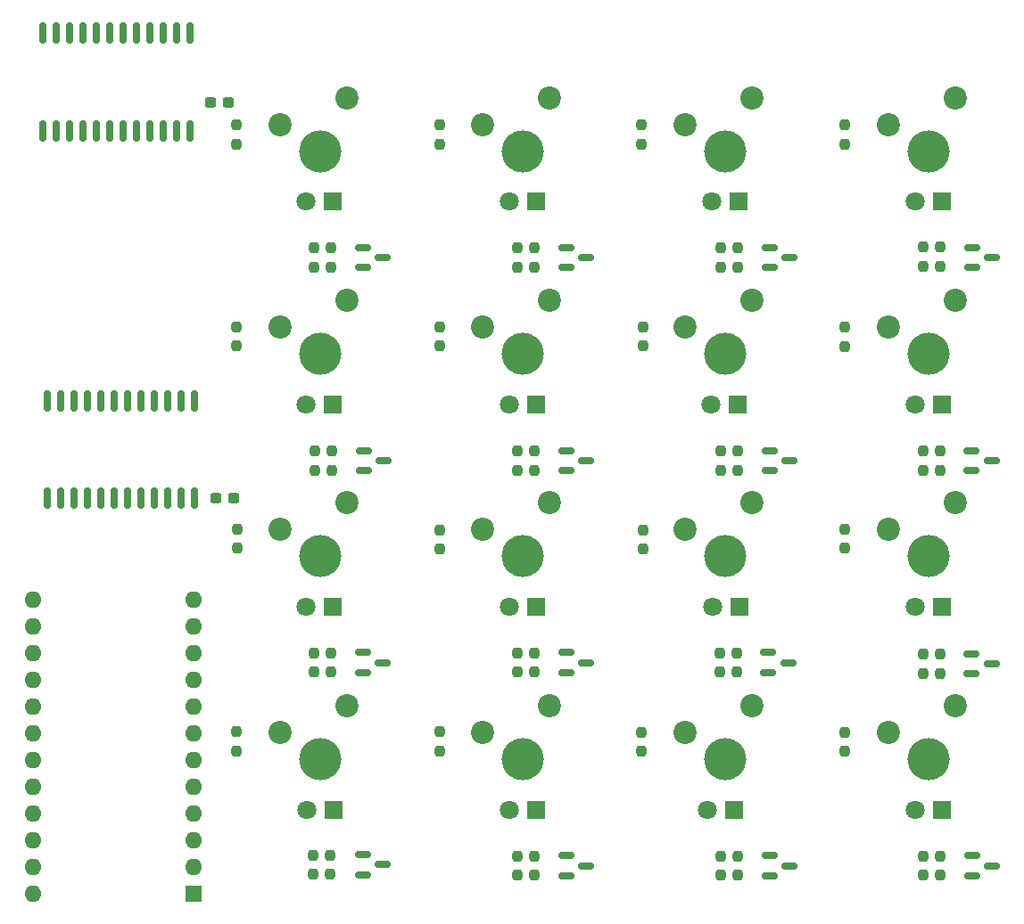
<source format=gts>
G04 #@! TF.GenerationSoftware,KiCad,Pcbnew,9.0.0*
G04 #@! TF.CreationDate,2025-03-25T02:12:26-05:00*
G04 #@! TF.ProjectId,freeMacro_rev_1,66726565-4d61-4637-926f-5f7265765f31,rev?*
G04 #@! TF.SameCoordinates,Original*
G04 #@! TF.FileFunction,Soldermask,Top*
G04 #@! TF.FilePolarity,Negative*
%FSLAX46Y46*%
G04 Gerber Fmt 4.6, Leading zero omitted, Abs format (unit mm)*
G04 Created by KiCad (PCBNEW 9.0.0) date 2025-03-25 02:12:26*
%MOMM*%
%LPD*%
G01*
G04 APERTURE LIST*
G04 Aperture macros list*
%AMRoundRect*
0 Rectangle with rounded corners*
0 $1 Rounding radius*
0 $2 $3 $4 $5 $6 $7 $8 $9 X,Y pos of 4 corners*
0 Add a 4 corners polygon primitive as box body*
4,1,4,$2,$3,$4,$5,$6,$7,$8,$9,$2,$3,0*
0 Add four circle primitives for the rounded corners*
1,1,$1+$1,$2,$3*
1,1,$1+$1,$4,$5*
1,1,$1+$1,$6,$7*
1,1,$1+$1,$8,$9*
0 Add four rect primitives between the rounded corners*
20,1,$1+$1,$2,$3,$4,$5,0*
20,1,$1+$1,$4,$5,$6,$7,0*
20,1,$1+$1,$6,$7,$8,$9,0*
20,1,$1+$1,$8,$9,$2,$3,0*%
G04 Aperture macros list end*
%ADD10RoundRect,0.237500X-0.237500X0.250000X-0.237500X-0.250000X0.237500X-0.250000X0.237500X0.250000X0*%
%ADD11C,4.000000*%
%ADD12C,2.200000*%
%ADD13RoundRect,0.237500X0.237500X-0.250000X0.237500X0.250000X-0.237500X0.250000X-0.237500X-0.250000X0*%
%ADD14R,1.800000X1.800000*%
%ADD15C,1.800000*%
%ADD16RoundRect,0.150000X-0.587500X-0.150000X0.587500X-0.150000X0.587500X0.150000X-0.587500X0.150000X0*%
%ADD17R,1.600000X1.600000*%
%ADD18O,1.600000X1.600000*%
%ADD19RoundRect,0.150000X-0.150000X0.875000X-0.150000X-0.875000X0.150000X-0.875000X0.150000X0.875000X0*%
%ADD20RoundRect,0.237500X-0.300000X-0.237500X0.300000X-0.237500X0.300000X0.237500X-0.300000X0.237500X0*%
G04 APERTURE END LIST*
D10*
X157100000Y-136987500D03*
X157100000Y-138812500D03*
D11*
X98250000Y-70000000D03*
D12*
X100790000Y-64920000D03*
X94440000Y-67460000D03*
D13*
X155500000Y-100312500D03*
X155500000Y-98487500D03*
D11*
X136750000Y-70000000D03*
D12*
X139290000Y-64920000D03*
X132940000Y-67460000D03*
D14*
X157300000Y-74800000D03*
D15*
X154760000Y-74800000D03*
D11*
X156000000Y-70000000D03*
D12*
X158540000Y-64920000D03*
X152190000Y-67460000D03*
D14*
X138000000Y-74800000D03*
D15*
X135460000Y-74800000D03*
D11*
X136750000Y-89250000D03*
D12*
X139290000Y-84170000D03*
X132940000Y-86710000D03*
D16*
X160125000Y-117750000D03*
X160125000Y-119650000D03*
X162000000Y-118700000D03*
D11*
X98260000Y-127730000D03*
D12*
X100800000Y-122650000D03*
X94450000Y-125190000D03*
D17*
X86240000Y-140540000D03*
D18*
X86240000Y-138000000D03*
X86240000Y-135460000D03*
X86240000Y-132920000D03*
X86240000Y-130380000D03*
X86240000Y-127840000D03*
X86240000Y-125300000D03*
X86240000Y-122760000D03*
X86240000Y-120220000D03*
X86240000Y-117680000D03*
X86240000Y-115140000D03*
X86240000Y-112600000D03*
X71000000Y-112600000D03*
X71000000Y-115140000D03*
X71000000Y-117680000D03*
X71000000Y-120220000D03*
X71000000Y-122760000D03*
X71000000Y-125300000D03*
X71000000Y-127840000D03*
X71000000Y-130380000D03*
X71000000Y-132920000D03*
X71000000Y-135460000D03*
X71000000Y-138000000D03*
X71000000Y-140540000D03*
D14*
X99500000Y-113300000D03*
D15*
X96960000Y-113300000D03*
D14*
X157300000Y-132600000D03*
D15*
X154760000Y-132600000D03*
D10*
X137900000Y-136987500D03*
X137900000Y-138812500D03*
D16*
X121625000Y-117650000D03*
X121625000Y-119550000D03*
X123500000Y-118600000D03*
D10*
X99200000Y-136887500D03*
X99200000Y-138712500D03*
D13*
X155500000Y-119612500D03*
X155500000Y-117787500D03*
X90300000Y-127000000D03*
X90300000Y-125175000D03*
D16*
X102425000Y-98450000D03*
X102425000Y-100350000D03*
X104300000Y-99400000D03*
D13*
X148100000Y-69325000D03*
X148100000Y-67500000D03*
D11*
X98250000Y-108500000D03*
D12*
X100790000Y-103420000D03*
X94440000Y-105960000D03*
D16*
X140962500Y-98450000D03*
X140962500Y-100350000D03*
X142837500Y-99400000D03*
X121662500Y-136950000D03*
X121662500Y-138850000D03*
X123537500Y-137900000D03*
D19*
X86350000Y-93700000D03*
X85080000Y-93700000D03*
X83810000Y-93700000D03*
X82540000Y-93700000D03*
X81270000Y-93700000D03*
X80000000Y-93700000D03*
X78730000Y-93700000D03*
X77460000Y-93700000D03*
X76190000Y-93700000D03*
X74920000Y-93700000D03*
X73650000Y-93700000D03*
X72380000Y-93700000D03*
X72380000Y-103000000D03*
X73650000Y-103000000D03*
X74920000Y-103000000D03*
X76190000Y-103000000D03*
X77460000Y-103000000D03*
X78730000Y-103000000D03*
X80000000Y-103000000D03*
X81270000Y-103000000D03*
X82540000Y-103000000D03*
X83810000Y-103000000D03*
X85080000Y-103000000D03*
X86350000Y-103000000D03*
D20*
X87837500Y-65400000D03*
X89562500Y-65400000D03*
D14*
X157300000Y-94100000D03*
D15*
X154760000Y-94100000D03*
D11*
X98250000Y-89250000D03*
D12*
X100790000Y-84170000D03*
X94440000Y-86710000D03*
D13*
X128900000Y-88512500D03*
X128900000Y-86687500D03*
D10*
X137900000Y-98487500D03*
X137900000Y-100312500D03*
X118600000Y-117687500D03*
X118600000Y-119512500D03*
D11*
X117500000Y-70000000D03*
D12*
X120040000Y-64920000D03*
X113690000Y-67460000D03*
D11*
X156000000Y-89250000D03*
D12*
X158540000Y-84170000D03*
X152190000Y-86710000D03*
D14*
X99500000Y-94100000D03*
D15*
X96960000Y-94100000D03*
D10*
X157100000Y-117787500D03*
X157100000Y-119612500D03*
D16*
X121625000Y-98450000D03*
X121625000Y-100350000D03*
X123500000Y-99400000D03*
X160162500Y-79150000D03*
X160162500Y-81050000D03*
X162037500Y-80100000D03*
X140962500Y-136950000D03*
X140962500Y-138850000D03*
X142837500Y-137900000D03*
D10*
X118600000Y-79187500D03*
X118600000Y-81012500D03*
D13*
X117000000Y-138812500D03*
X117000000Y-136987500D03*
X109600000Y-107812500D03*
X109600000Y-105987500D03*
D14*
X99500000Y-74800000D03*
D15*
X96960000Y-74800000D03*
D16*
X140925000Y-79150000D03*
X140925000Y-81050000D03*
X142800000Y-80100000D03*
D13*
X117000000Y-100312500D03*
X117000000Y-98487500D03*
D16*
X160162500Y-136950000D03*
X160162500Y-138850000D03*
X162037500Y-137900000D03*
D13*
X148100000Y-88525000D03*
X148100000Y-86700000D03*
D10*
X99400000Y-98487500D03*
X99400000Y-100312500D03*
D14*
X137900000Y-94100000D03*
D15*
X135360000Y-94100000D03*
D10*
X99300000Y-117687500D03*
X99300000Y-119512500D03*
D13*
X155500000Y-80912500D03*
X155500000Y-79087500D03*
X90400000Y-107725000D03*
X90400000Y-105900000D03*
D11*
X117510000Y-108490000D03*
D12*
X120050000Y-103410000D03*
X113700000Y-105950000D03*
D10*
X137800000Y-117687500D03*
X137800000Y-119512500D03*
D11*
X156010000Y-108480000D03*
D12*
X158550000Y-103400000D03*
X152200000Y-105940000D03*
D13*
X109600000Y-69312500D03*
X109600000Y-67487500D03*
D10*
X99300000Y-79187500D03*
X99300000Y-81012500D03*
D13*
X109600000Y-88512500D03*
X109600000Y-86687500D03*
D16*
X102362500Y-117650000D03*
X102362500Y-119550000D03*
X104237500Y-118600000D03*
D11*
X117510000Y-127740000D03*
D12*
X120050000Y-122660000D03*
X113700000Y-125200000D03*
D13*
X136300000Y-138812500D03*
X136300000Y-136987500D03*
X90300000Y-88512500D03*
X90300000Y-86687500D03*
D16*
X121625000Y-79150000D03*
X121625000Y-81050000D03*
X123500000Y-80100000D03*
D13*
X90300000Y-69312500D03*
X90300000Y-67487500D03*
X128800000Y-69325000D03*
X128800000Y-67500000D03*
X128900000Y-107812500D03*
X128900000Y-105987500D03*
D14*
X118775000Y-113300000D03*
D15*
X116235000Y-113300000D03*
D13*
X155500000Y-138812500D03*
X155500000Y-136987500D03*
D19*
X85885000Y-58750000D03*
X84615000Y-58750000D03*
X83345000Y-58750000D03*
X82075000Y-58750000D03*
X80805000Y-58750000D03*
X79535000Y-58750000D03*
X78265000Y-58750000D03*
X76995000Y-58750000D03*
X75725000Y-58750000D03*
X74455000Y-58750000D03*
X73185000Y-58750000D03*
X71915000Y-58750000D03*
X71915000Y-68050000D03*
X73185000Y-68050000D03*
X74455000Y-68050000D03*
X75725000Y-68050000D03*
X76995000Y-68050000D03*
X78265000Y-68050000D03*
X79535000Y-68050000D03*
X80805000Y-68050000D03*
X82075000Y-68050000D03*
X83345000Y-68050000D03*
X84615000Y-68050000D03*
X85885000Y-68050000D03*
D13*
X148100000Y-127025000D03*
X148100000Y-125200000D03*
D11*
X117500000Y-89250000D03*
D12*
X120040000Y-84170000D03*
X113690000Y-86710000D03*
D10*
X157100000Y-98487500D03*
X157100000Y-100312500D03*
D13*
X97700000Y-81012500D03*
X97700000Y-79187500D03*
D11*
X136750000Y-108490000D03*
D12*
X139290000Y-103410000D03*
X132940000Y-105950000D03*
D13*
X97600000Y-138712500D03*
X97600000Y-136887500D03*
D20*
X88337500Y-103000000D03*
X90062500Y-103000000D03*
D13*
X128800000Y-127012500D03*
X128800000Y-125187500D03*
X97700000Y-119512500D03*
X97700000Y-117687500D03*
D16*
X102325000Y-136850000D03*
X102325000Y-138750000D03*
X104200000Y-137800000D03*
D10*
X118600000Y-98487500D03*
X118600000Y-100312500D03*
D13*
X117000000Y-119512500D03*
X117000000Y-117687500D03*
X97800000Y-100312500D03*
X97800000Y-98487500D03*
X148100000Y-107725000D03*
X148100000Y-105900000D03*
X136200000Y-119512500D03*
X136200000Y-117687500D03*
D14*
X118775000Y-94100000D03*
D15*
X116235000Y-94100000D03*
D14*
X99575000Y-132600000D03*
D15*
X97035000Y-132600000D03*
D13*
X117000000Y-81012500D03*
X117000000Y-79187500D03*
D16*
X140825000Y-117650000D03*
X140825000Y-119550000D03*
X142700000Y-118600000D03*
D13*
X136300000Y-100312500D03*
X136300000Y-98487500D03*
D14*
X138075000Y-113300000D03*
D15*
X135535000Y-113300000D03*
D10*
X118600000Y-136987500D03*
X118600000Y-138812500D03*
X137900000Y-79187500D03*
X137900000Y-81012500D03*
D16*
X102362500Y-79150000D03*
X102362500Y-81050000D03*
X104237500Y-80100000D03*
D14*
X157275000Y-113300000D03*
D15*
X154735000Y-113300000D03*
D10*
X157100000Y-79087500D03*
X157100000Y-80912500D03*
D14*
X118740000Y-132600000D03*
D15*
X116200000Y-132600000D03*
D14*
X137575000Y-132600000D03*
D15*
X135035000Y-132600000D03*
D13*
X136300000Y-81012500D03*
X136300000Y-79187500D03*
D16*
X160125000Y-98450000D03*
X160125000Y-100350000D03*
X162000000Y-99400000D03*
D13*
X109600000Y-127000000D03*
X109600000Y-125175000D03*
D11*
X136760000Y-127740000D03*
D12*
X139300000Y-122660000D03*
X132950000Y-125200000D03*
D14*
X118775000Y-74800000D03*
D15*
X116235000Y-74800000D03*
D11*
X156000000Y-127750000D03*
D12*
X158540000Y-122670000D03*
X152190000Y-125210000D03*
M02*

</source>
